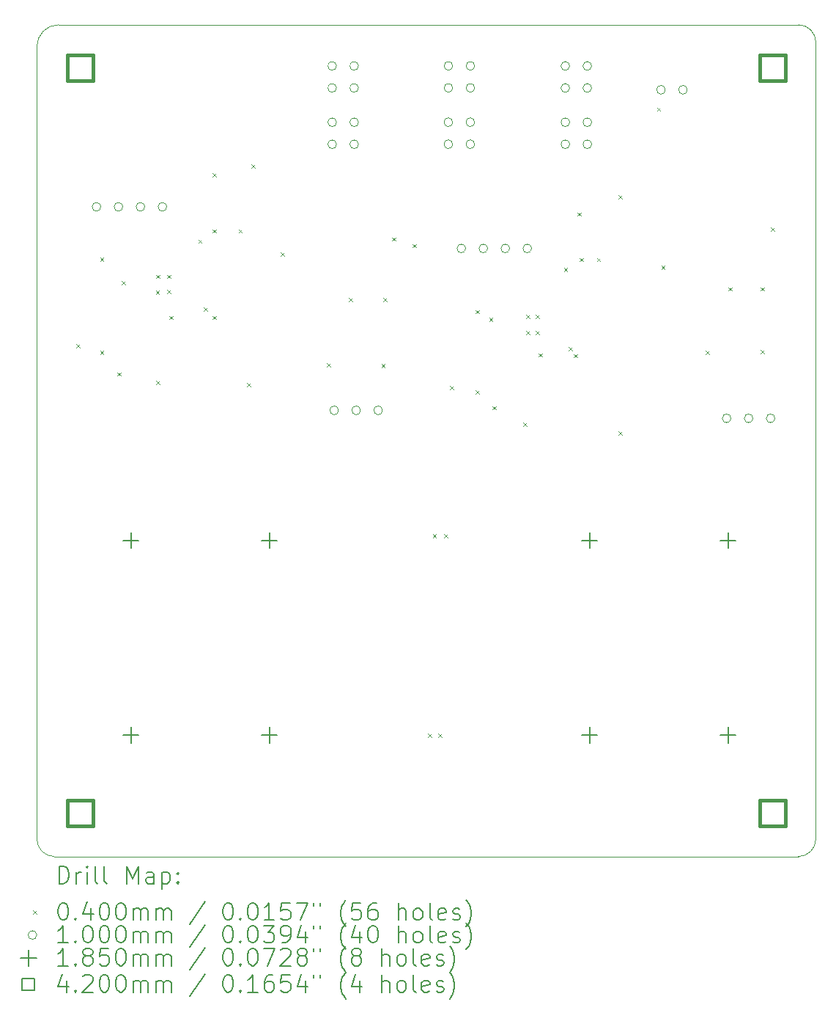
<source format=gbr>
%TF.GenerationSoftware,KiCad,Pcbnew,6.0.11+dfsg-1*%
%TF.CreationDate,2023-05-03T21:30:59-05:00*%
%TF.ProjectId,CubesatPwrBoard,43756265-7361-4745-9077-72426f617264,rev?*%
%TF.SameCoordinates,Original*%
%TF.FileFunction,Drillmap*%
%TF.FilePolarity,Positive*%
%FSLAX45Y45*%
G04 Gerber Fmt 4.5, Leading zero omitted, Abs format (unit mm)*
G04 Created by KiCad (PCBNEW 6.0.11+dfsg-1) date 2023-05-03 21:30:59*
%MOMM*%
%LPD*%
G01*
G04 APERTURE LIST*
%ADD10C,0.050000*%
%ADD11C,0.200000*%
%ADD12C,0.040000*%
%ADD13C,0.100000*%
%ADD14C,0.185000*%
%ADD15C,0.420000*%
G04 APERTURE END LIST*
D10*
X10650000Y-13950000D02*
X10650000Y-4800000D01*
X19450000Y-14150000D02*
G75*
G03*
X19650000Y-13950000I0J200000D01*
G01*
X10900000Y-4550000D02*
X19450000Y-4550000D01*
X19650000Y-4750000D02*
G75*
G03*
X19450000Y-4550000I-200000J0D01*
G01*
X10850000Y-14150000D02*
X19450000Y-14150000D01*
X10650000Y-13950000D02*
G75*
G03*
X10850000Y-14150000I200000J0D01*
G01*
X10900000Y-4550000D02*
G75*
G03*
X10650000Y-4800000I0J-250000D01*
G01*
X19650000Y-13950000D02*
X19650000Y-4750000D01*
D11*
D12*
X11104250Y-8236000D02*
X11144250Y-8276000D01*
X11144250Y-8236000D02*
X11104250Y-8276000D01*
X11379250Y-7236000D02*
X11419250Y-7276000D01*
X11419250Y-7236000D02*
X11379250Y-7276000D01*
X11379250Y-8311000D02*
X11419250Y-8351000D01*
X11419250Y-8311000D02*
X11379250Y-8351000D01*
X11579250Y-8561000D02*
X11619250Y-8601000D01*
X11619250Y-8561000D02*
X11579250Y-8601000D01*
X11629250Y-7511000D02*
X11669250Y-7551000D01*
X11669250Y-7511000D02*
X11629250Y-7551000D01*
X12024250Y-7616000D02*
X12064250Y-7656000D01*
X12064250Y-7616000D02*
X12024250Y-7656000D01*
X12029250Y-7436000D02*
X12069250Y-7476000D01*
X12069250Y-7436000D02*
X12029250Y-7476000D01*
X12029250Y-8661000D02*
X12069250Y-8701000D01*
X12069250Y-8661000D02*
X12029250Y-8701000D01*
X12154250Y-7436000D02*
X12194250Y-7476000D01*
X12194250Y-7436000D02*
X12154250Y-7476000D01*
X12154250Y-7611000D02*
X12194250Y-7651000D01*
X12194250Y-7611000D02*
X12154250Y-7651000D01*
X12179500Y-7911250D02*
X12219500Y-7951250D01*
X12219500Y-7911250D02*
X12179500Y-7951250D01*
X12515000Y-7030000D02*
X12555000Y-7070000D01*
X12555000Y-7030000D02*
X12515000Y-7070000D01*
X12579250Y-7811000D02*
X12619250Y-7851000D01*
X12619250Y-7811000D02*
X12579250Y-7851000D01*
X12679250Y-6261000D02*
X12719250Y-6301000D01*
X12719250Y-6261000D02*
X12679250Y-6301000D01*
X12679250Y-6911000D02*
X12719250Y-6951000D01*
X12719250Y-6911000D02*
X12679250Y-6951000D01*
X12679250Y-7911000D02*
X12719250Y-7951000D01*
X12719250Y-7911000D02*
X12679250Y-7951000D01*
X12979250Y-6911000D02*
X13019250Y-6951000D01*
X13019250Y-6911000D02*
X12979250Y-6951000D01*
X13079500Y-8685000D02*
X13119500Y-8725000D01*
X13119500Y-8685000D02*
X13079500Y-8725000D01*
X13129250Y-6161000D02*
X13169250Y-6201000D01*
X13169250Y-6161000D02*
X13129250Y-6201000D01*
X13465000Y-7180000D02*
X13505000Y-7220000D01*
X13505000Y-7180000D02*
X13465000Y-7220000D01*
X14000250Y-8458585D02*
X14040250Y-8498585D01*
X14040250Y-8458585D02*
X14000250Y-8498585D01*
X14251500Y-7704085D02*
X14291500Y-7744085D01*
X14291500Y-7704085D02*
X14251500Y-7744085D01*
X14631500Y-8464085D02*
X14671500Y-8504085D01*
X14671500Y-8464085D02*
X14631500Y-8504085D01*
X14651500Y-7704085D02*
X14691500Y-7744085D01*
X14691500Y-7704085D02*
X14651500Y-7744085D01*
X14751500Y-7004085D02*
X14791500Y-7044085D01*
X14791500Y-7004085D02*
X14751500Y-7044085D01*
X14990000Y-7080000D02*
X15030000Y-7120000D01*
X15030000Y-7080000D02*
X14990000Y-7120000D01*
X15170000Y-12730000D02*
X15210000Y-12770000D01*
X15210000Y-12730000D02*
X15170000Y-12770000D01*
X15224750Y-10430000D02*
X15264750Y-10470000D01*
X15264750Y-10430000D02*
X15224750Y-10470000D01*
X15290000Y-12730000D02*
X15330000Y-12770000D01*
X15330000Y-12730000D02*
X15290000Y-12770000D01*
X15354750Y-10430000D02*
X15394750Y-10470000D01*
X15394750Y-10430000D02*
X15354750Y-10470000D01*
X15420500Y-8716625D02*
X15460500Y-8756625D01*
X15460500Y-8716625D02*
X15420500Y-8756625D01*
X15720500Y-7841625D02*
X15760500Y-7881625D01*
X15760500Y-7841625D02*
X15720500Y-7881625D01*
X15720500Y-8766625D02*
X15760500Y-8806625D01*
X15760500Y-8766625D02*
X15720500Y-8806625D01*
X15875500Y-7931625D02*
X15915500Y-7971625D01*
X15915500Y-7931625D02*
X15875500Y-7971625D01*
X15915500Y-8951625D02*
X15955500Y-8991625D01*
X15955500Y-8951625D02*
X15915500Y-8991625D01*
X16270500Y-9141625D02*
X16310500Y-9181625D01*
X16310500Y-9141625D02*
X16270500Y-9181625D01*
X16300500Y-7896625D02*
X16340500Y-7936625D01*
X16340500Y-7896625D02*
X16300500Y-7936625D01*
X16300500Y-8086625D02*
X16340500Y-8126625D01*
X16340500Y-8086625D02*
X16300500Y-8126625D01*
X16410500Y-7896625D02*
X16450500Y-7936625D01*
X16450500Y-7896625D02*
X16410500Y-7936625D01*
X16410500Y-8086625D02*
X16450500Y-8126625D01*
X16450500Y-8086625D02*
X16410500Y-8126625D01*
X16445500Y-8341625D02*
X16485500Y-8381625D01*
X16485500Y-8341625D02*
X16445500Y-8381625D01*
X16740000Y-7355000D02*
X16780000Y-7395000D01*
X16780000Y-7355000D02*
X16740000Y-7395000D01*
X16795500Y-8271625D02*
X16835500Y-8311625D01*
X16835500Y-8271625D02*
X16795500Y-8311625D01*
X16855500Y-8351625D02*
X16895500Y-8391625D01*
X16895500Y-8351625D02*
X16855500Y-8391625D01*
X16893250Y-6716625D02*
X16933250Y-6756625D01*
X16933250Y-6716625D02*
X16893250Y-6756625D01*
X16920500Y-7241625D02*
X16960500Y-7281625D01*
X16960500Y-7241625D02*
X16920500Y-7281625D01*
X17120500Y-7241625D02*
X17160500Y-7281625D01*
X17160500Y-7241625D02*
X17120500Y-7281625D01*
X17370500Y-6516625D02*
X17410500Y-6556625D01*
X17410500Y-6516625D02*
X17370500Y-6556625D01*
X17370500Y-9241875D02*
X17410500Y-9281875D01*
X17410500Y-9241875D02*
X17370500Y-9281875D01*
X17815000Y-5505000D02*
X17855000Y-5545000D01*
X17855000Y-5505000D02*
X17815000Y-5545000D01*
X17865000Y-7330000D02*
X17905000Y-7370000D01*
X17905000Y-7330000D02*
X17865000Y-7370000D01*
X18375000Y-8315000D02*
X18415000Y-8355000D01*
X18415000Y-8315000D02*
X18375000Y-8355000D01*
X18640000Y-7580000D02*
X18680000Y-7620000D01*
X18680000Y-7580000D02*
X18640000Y-7620000D01*
X19015000Y-7580000D02*
X19055000Y-7620000D01*
X19055000Y-7580000D02*
X19015000Y-7620000D01*
X19015000Y-8305000D02*
X19055000Y-8345000D01*
X19055000Y-8305000D02*
X19015000Y-8345000D01*
X19129000Y-6890000D02*
X19169000Y-6930000D01*
X19169000Y-6890000D02*
X19129000Y-6930000D01*
D13*
X11388250Y-6651000D02*
G75*
G03*
X11388250Y-6651000I-50000J0D01*
G01*
X11642250Y-6651000D02*
G75*
G03*
X11642250Y-6651000I-50000J0D01*
G01*
X11896250Y-6651000D02*
G75*
G03*
X11896250Y-6651000I-50000J0D01*
G01*
X12150250Y-6651000D02*
G75*
G03*
X12150250Y-6651000I-50000J0D01*
G01*
X14111500Y-5025000D02*
G75*
G03*
X14111500Y-5025000I-50000J0D01*
G01*
X14111500Y-5279000D02*
G75*
G03*
X14111500Y-5279000I-50000J0D01*
G01*
X14111500Y-5675000D02*
G75*
G03*
X14111500Y-5675000I-50000J0D01*
G01*
X14111500Y-5929000D02*
G75*
G03*
X14111500Y-5929000I-50000J0D01*
G01*
X14135000Y-9000000D02*
G75*
G03*
X14135000Y-9000000I-50000J0D01*
G01*
X14365500Y-5025000D02*
G75*
G03*
X14365500Y-5025000I-50000J0D01*
G01*
X14365500Y-5279000D02*
G75*
G03*
X14365500Y-5279000I-50000J0D01*
G01*
X14365500Y-5675000D02*
G75*
G03*
X14365500Y-5675000I-50000J0D01*
G01*
X14365500Y-5929000D02*
G75*
G03*
X14365500Y-5929000I-50000J0D01*
G01*
X14389000Y-9000000D02*
G75*
G03*
X14389000Y-9000000I-50000J0D01*
G01*
X14643000Y-9000000D02*
G75*
G03*
X14643000Y-9000000I-50000J0D01*
G01*
X15454500Y-5025000D02*
G75*
G03*
X15454500Y-5025000I-50000J0D01*
G01*
X15454500Y-5279000D02*
G75*
G03*
X15454500Y-5279000I-50000J0D01*
G01*
X15454500Y-5675000D02*
G75*
G03*
X15454500Y-5675000I-50000J0D01*
G01*
X15454500Y-5929000D02*
G75*
G03*
X15454500Y-5929000I-50000J0D01*
G01*
X15604500Y-7131625D02*
G75*
G03*
X15604500Y-7131625I-50000J0D01*
G01*
X15708500Y-5025000D02*
G75*
G03*
X15708500Y-5025000I-50000J0D01*
G01*
X15708500Y-5279000D02*
G75*
G03*
X15708500Y-5279000I-50000J0D01*
G01*
X15708500Y-5675000D02*
G75*
G03*
X15708500Y-5675000I-50000J0D01*
G01*
X15708500Y-5929000D02*
G75*
G03*
X15708500Y-5929000I-50000J0D01*
G01*
X15858500Y-7131625D02*
G75*
G03*
X15858500Y-7131625I-50000J0D01*
G01*
X16112500Y-7131625D02*
G75*
G03*
X16112500Y-7131625I-50000J0D01*
G01*
X16366500Y-7131625D02*
G75*
G03*
X16366500Y-7131625I-50000J0D01*
G01*
X16806000Y-5025000D02*
G75*
G03*
X16806000Y-5025000I-50000J0D01*
G01*
X16806000Y-5279000D02*
G75*
G03*
X16806000Y-5279000I-50000J0D01*
G01*
X16806000Y-5675000D02*
G75*
G03*
X16806000Y-5675000I-50000J0D01*
G01*
X16806000Y-5929000D02*
G75*
G03*
X16806000Y-5929000I-50000J0D01*
G01*
X17060000Y-5025000D02*
G75*
G03*
X17060000Y-5025000I-50000J0D01*
G01*
X17060000Y-5279000D02*
G75*
G03*
X17060000Y-5279000I-50000J0D01*
G01*
X17060000Y-5675000D02*
G75*
G03*
X17060000Y-5675000I-50000J0D01*
G01*
X17060000Y-5929000D02*
G75*
G03*
X17060000Y-5929000I-50000J0D01*
G01*
X17911000Y-5300000D02*
G75*
G03*
X17911000Y-5300000I-50000J0D01*
G01*
X18165000Y-5300000D02*
G75*
G03*
X18165000Y-5300000I-50000J0D01*
G01*
X18670630Y-9092898D02*
G75*
G03*
X18670630Y-9092898I-50000J0D01*
G01*
X18924630Y-9092898D02*
G75*
G03*
X18924630Y-9092898I-50000J0D01*
G01*
X19178630Y-9092898D02*
G75*
G03*
X19178630Y-9092898I-50000J0D01*
G01*
D14*
X11735000Y-10407500D02*
X11735000Y-10592500D01*
X11642500Y-10500000D02*
X11827500Y-10500000D01*
X11735000Y-12657500D02*
X11735000Y-12842500D01*
X11642500Y-12750000D02*
X11827500Y-12750000D01*
X13335000Y-10407500D02*
X13335000Y-10592500D01*
X13242500Y-10500000D02*
X13427500Y-10500000D01*
X13335000Y-12657500D02*
X13335000Y-12842500D01*
X13242500Y-12750000D02*
X13427500Y-12750000D01*
X17035000Y-10407500D02*
X17035000Y-10592500D01*
X16942500Y-10500000D02*
X17127500Y-10500000D01*
X17035000Y-12657500D02*
X17035000Y-12842500D01*
X16942500Y-12750000D02*
X17127500Y-12750000D01*
X18635000Y-10407500D02*
X18635000Y-10592500D01*
X18542500Y-10500000D02*
X18727500Y-10500000D01*
X18635000Y-12657500D02*
X18635000Y-12842500D01*
X18542500Y-12750000D02*
X18727500Y-12750000D01*
D15*
X11298494Y-5198494D02*
X11298494Y-4901506D01*
X11001506Y-4901506D01*
X11001506Y-5198494D01*
X11298494Y-5198494D01*
X11298494Y-13798494D02*
X11298494Y-13501506D01*
X11001506Y-13501506D01*
X11001506Y-13798494D01*
X11298494Y-13798494D01*
X19298494Y-5198494D02*
X19298494Y-4901506D01*
X19001506Y-4901506D01*
X19001506Y-5198494D01*
X19298494Y-5198494D01*
X19298494Y-13798494D02*
X19298494Y-13501506D01*
X19001506Y-13501506D01*
X19001506Y-13798494D01*
X19298494Y-13798494D01*
D11*
X10905119Y-14462976D02*
X10905119Y-14262976D01*
X10952738Y-14262976D01*
X10981310Y-14272500D01*
X11000357Y-14291548D01*
X11009881Y-14310595D01*
X11019405Y-14348690D01*
X11019405Y-14377262D01*
X11009881Y-14415357D01*
X11000357Y-14434405D01*
X10981310Y-14453452D01*
X10952738Y-14462976D01*
X10905119Y-14462976D01*
X11105119Y-14462976D02*
X11105119Y-14329643D01*
X11105119Y-14367738D02*
X11114643Y-14348690D01*
X11124167Y-14339167D01*
X11143214Y-14329643D01*
X11162262Y-14329643D01*
X11228928Y-14462976D02*
X11228928Y-14329643D01*
X11228928Y-14262976D02*
X11219405Y-14272500D01*
X11228928Y-14282024D01*
X11238452Y-14272500D01*
X11228928Y-14262976D01*
X11228928Y-14282024D01*
X11352738Y-14462976D02*
X11333690Y-14453452D01*
X11324167Y-14434405D01*
X11324167Y-14262976D01*
X11457500Y-14462976D02*
X11438452Y-14453452D01*
X11428928Y-14434405D01*
X11428928Y-14262976D01*
X11686071Y-14462976D02*
X11686071Y-14262976D01*
X11752738Y-14405833D01*
X11819405Y-14262976D01*
X11819405Y-14462976D01*
X12000357Y-14462976D02*
X12000357Y-14358214D01*
X11990833Y-14339167D01*
X11971786Y-14329643D01*
X11933690Y-14329643D01*
X11914643Y-14339167D01*
X12000357Y-14453452D02*
X11981309Y-14462976D01*
X11933690Y-14462976D01*
X11914643Y-14453452D01*
X11905119Y-14434405D01*
X11905119Y-14415357D01*
X11914643Y-14396309D01*
X11933690Y-14386786D01*
X11981309Y-14386786D01*
X12000357Y-14377262D01*
X12095595Y-14329643D02*
X12095595Y-14529643D01*
X12095595Y-14339167D02*
X12114643Y-14329643D01*
X12152738Y-14329643D01*
X12171786Y-14339167D01*
X12181309Y-14348690D01*
X12190833Y-14367738D01*
X12190833Y-14424881D01*
X12181309Y-14443928D01*
X12171786Y-14453452D01*
X12152738Y-14462976D01*
X12114643Y-14462976D01*
X12095595Y-14453452D01*
X12276548Y-14443928D02*
X12286071Y-14453452D01*
X12276548Y-14462976D01*
X12267024Y-14453452D01*
X12276548Y-14443928D01*
X12276548Y-14462976D01*
X12276548Y-14339167D02*
X12286071Y-14348690D01*
X12276548Y-14358214D01*
X12267024Y-14348690D01*
X12276548Y-14339167D01*
X12276548Y-14358214D01*
D12*
X10607500Y-14772500D02*
X10647500Y-14812500D01*
X10647500Y-14772500D02*
X10607500Y-14812500D01*
D11*
X10943214Y-14682976D02*
X10962262Y-14682976D01*
X10981310Y-14692500D01*
X10990833Y-14702024D01*
X11000357Y-14721071D01*
X11009881Y-14759167D01*
X11009881Y-14806786D01*
X11000357Y-14844881D01*
X10990833Y-14863928D01*
X10981310Y-14873452D01*
X10962262Y-14882976D01*
X10943214Y-14882976D01*
X10924167Y-14873452D01*
X10914643Y-14863928D01*
X10905119Y-14844881D01*
X10895595Y-14806786D01*
X10895595Y-14759167D01*
X10905119Y-14721071D01*
X10914643Y-14702024D01*
X10924167Y-14692500D01*
X10943214Y-14682976D01*
X11095595Y-14863928D02*
X11105119Y-14873452D01*
X11095595Y-14882976D01*
X11086071Y-14873452D01*
X11095595Y-14863928D01*
X11095595Y-14882976D01*
X11276548Y-14749643D02*
X11276548Y-14882976D01*
X11228928Y-14673452D02*
X11181310Y-14816309D01*
X11305119Y-14816309D01*
X11419405Y-14682976D02*
X11438452Y-14682976D01*
X11457500Y-14692500D01*
X11467024Y-14702024D01*
X11476548Y-14721071D01*
X11486071Y-14759167D01*
X11486071Y-14806786D01*
X11476548Y-14844881D01*
X11467024Y-14863928D01*
X11457500Y-14873452D01*
X11438452Y-14882976D01*
X11419405Y-14882976D01*
X11400357Y-14873452D01*
X11390833Y-14863928D01*
X11381309Y-14844881D01*
X11371786Y-14806786D01*
X11371786Y-14759167D01*
X11381309Y-14721071D01*
X11390833Y-14702024D01*
X11400357Y-14692500D01*
X11419405Y-14682976D01*
X11609881Y-14682976D02*
X11628928Y-14682976D01*
X11647976Y-14692500D01*
X11657500Y-14702024D01*
X11667024Y-14721071D01*
X11676548Y-14759167D01*
X11676548Y-14806786D01*
X11667024Y-14844881D01*
X11657500Y-14863928D01*
X11647976Y-14873452D01*
X11628928Y-14882976D01*
X11609881Y-14882976D01*
X11590833Y-14873452D01*
X11581309Y-14863928D01*
X11571786Y-14844881D01*
X11562262Y-14806786D01*
X11562262Y-14759167D01*
X11571786Y-14721071D01*
X11581309Y-14702024D01*
X11590833Y-14692500D01*
X11609881Y-14682976D01*
X11762262Y-14882976D02*
X11762262Y-14749643D01*
X11762262Y-14768690D02*
X11771786Y-14759167D01*
X11790833Y-14749643D01*
X11819405Y-14749643D01*
X11838452Y-14759167D01*
X11847976Y-14778214D01*
X11847976Y-14882976D01*
X11847976Y-14778214D02*
X11857500Y-14759167D01*
X11876548Y-14749643D01*
X11905119Y-14749643D01*
X11924167Y-14759167D01*
X11933690Y-14778214D01*
X11933690Y-14882976D01*
X12028928Y-14882976D02*
X12028928Y-14749643D01*
X12028928Y-14768690D02*
X12038452Y-14759167D01*
X12057500Y-14749643D01*
X12086071Y-14749643D01*
X12105119Y-14759167D01*
X12114643Y-14778214D01*
X12114643Y-14882976D01*
X12114643Y-14778214D02*
X12124167Y-14759167D01*
X12143214Y-14749643D01*
X12171786Y-14749643D01*
X12190833Y-14759167D01*
X12200357Y-14778214D01*
X12200357Y-14882976D01*
X12590833Y-14673452D02*
X12419405Y-14930595D01*
X12847976Y-14682976D02*
X12867024Y-14682976D01*
X12886071Y-14692500D01*
X12895595Y-14702024D01*
X12905119Y-14721071D01*
X12914643Y-14759167D01*
X12914643Y-14806786D01*
X12905119Y-14844881D01*
X12895595Y-14863928D01*
X12886071Y-14873452D01*
X12867024Y-14882976D01*
X12847976Y-14882976D01*
X12828928Y-14873452D01*
X12819405Y-14863928D01*
X12809881Y-14844881D01*
X12800357Y-14806786D01*
X12800357Y-14759167D01*
X12809881Y-14721071D01*
X12819405Y-14702024D01*
X12828928Y-14692500D01*
X12847976Y-14682976D01*
X13000357Y-14863928D02*
X13009881Y-14873452D01*
X13000357Y-14882976D01*
X12990833Y-14873452D01*
X13000357Y-14863928D01*
X13000357Y-14882976D01*
X13133690Y-14682976D02*
X13152738Y-14682976D01*
X13171786Y-14692500D01*
X13181309Y-14702024D01*
X13190833Y-14721071D01*
X13200357Y-14759167D01*
X13200357Y-14806786D01*
X13190833Y-14844881D01*
X13181309Y-14863928D01*
X13171786Y-14873452D01*
X13152738Y-14882976D01*
X13133690Y-14882976D01*
X13114643Y-14873452D01*
X13105119Y-14863928D01*
X13095595Y-14844881D01*
X13086071Y-14806786D01*
X13086071Y-14759167D01*
X13095595Y-14721071D01*
X13105119Y-14702024D01*
X13114643Y-14692500D01*
X13133690Y-14682976D01*
X13390833Y-14882976D02*
X13276548Y-14882976D01*
X13333690Y-14882976D02*
X13333690Y-14682976D01*
X13314643Y-14711548D01*
X13295595Y-14730595D01*
X13276548Y-14740119D01*
X13571786Y-14682976D02*
X13476548Y-14682976D01*
X13467024Y-14778214D01*
X13476548Y-14768690D01*
X13495595Y-14759167D01*
X13543214Y-14759167D01*
X13562262Y-14768690D01*
X13571786Y-14778214D01*
X13581309Y-14797262D01*
X13581309Y-14844881D01*
X13571786Y-14863928D01*
X13562262Y-14873452D01*
X13543214Y-14882976D01*
X13495595Y-14882976D01*
X13476548Y-14873452D01*
X13467024Y-14863928D01*
X13647976Y-14682976D02*
X13781309Y-14682976D01*
X13695595Y-14882976D01*
X13847976Y-14682976D02*
X13847976Y-14721071D01*
X13924167Y-14682976D02*
X13924167Y-14721071D01*
X14219405Y-14959167D02*
X14209881Y-14949643D01*
X14190833Y-14921071D01*
X14181309Y-14902024D01*
X14171786Y-14873452D01*
X14162262Y-14825833D01*
X14162262Y-14787738D01*
X14171786Y-14740119D01*
X14181309Y-14711548D01*
X14190833Y-14692500D01*
X14209881Y-14663928D01*
X14219405Y-14654405D01*
X14390833Y-14682976D02*
X14295595Y-14682976D01*
X14286071Y-14778214D01*
X14295595Y-14768690D01*
X14314643Y-14759167D01*
X14362262Y-14759167D01*
X14381309Y-14768690D01*
X14390833Y-14778214D01*
X14400357Y-14797262D01*
X14400357Y-14844881D01*
X14390833Y-14863928D01*
X14381309Y-14873452D01*
X14362262Y-14882976D01*
X14314643Y-14882976D01*
X14295595Y-14873452D01*
X14286071Y-14863928D01*
X14571786Y-14682976D02*
X14533690Y-14682976D01*
X14514643Y-14692500D01*
X14505119Y-14702024D01*
X14486071Y-14730595D01*
X14476548Y-14768690D01*
X14476548Y-14844881D01*
X14486071Y-14863928D01*
X14495595Y-14873452D01*
X14514643Y-14882976D01*
X14552738Y-14882976D01*
X14571786Y-14873452D01*
X14581309Y-14863928D01*
X14590833Y-14844881D01*
X14590833Y-14797262D01*
X14581309Y-14778214D01*
X14571786Y-14768690D01*
X14552738Y-14759167D01*
X14514643Y-14759167D01*
X14495595Y-14768690D01*
X14486071Y-14778214D01*
X14476548Y-14797262D01*
X14828928Y-14882976D02*
X14828928Y-14682976D01*
X14914643Y-14882976D02*
X14914643Y-14778214D01*
X14905119Y-14759167D01*
X14886071Y-14749643D01*
X14857500Y-14749643D01*
X14838452Y-14759167D01*
X14828928Y-14768690D01*
X15038452Y-14882976D02*
X15019405Y-14873452D01*
X15009881Y-14863928D01*
X15000357Y-14844881D01*
X15000357Y-14787738D01*
X15009881Y-14768690D01*
X15019405Y-14759167D01*
X15038452Y-14749643D01*
X15067024Y-14749643D01*
X15086071Y-14759167D01*
X15095595Y-14768690D01*
X15105119Y-14787738D01*
X15105119Y-14844881D01*
X15095595Y-14863928D01*
X15086071Y-14873452D01*
X15067024Y-14882976D01*
X15038452Y-14882976D01*
X15219405Y-14882976D02*
X15200357Y-14873452D01*
X15190833Y-14854405D01*
X15190833Y-14682976D01*
X15371786Y-14873452D02*
X15352738Y-14882976D01*
X15314643Y-14882976D01*
X15295595Y-14873452D01*
X15286071Y-14854405D01*
X15286071Y-14778214D01*
X15295595Y-14759167D01*
X15314643Y-14749643D01*
X15352738Y-14749643D01*
X15371786Y-14759167D01*
X15381309Y-14778214D01*
X15381309Y-14797262D01*
X15286071Y-14816309D01*
X15457500Y-14873452D02*
X15476548Y-14882976D01*
X15514643Y-14882976D01*
X15533690Y-14873452D01*
X15543214Y-14854405D01*
X15543214Y-14844881D01*
X15533690Y-14825833D01*
X15514643Y-14816309D01*
X15486071Y-14816309D01*
X15467024Y-14806786D01*
X15457500Y-14787738D01*
X15457500Y-14778214D01*
X15467024Y-14759167D01*
X15486071Y-14749643D01*
X15514643Y-14749643D01*
X15533690Y-14759167D01*
X15609881Y-14959167D02*
X15619405Y-14949643D01*
X15638452Y-14921071D01*
X15647976Y-14902024D01*
X15657500Y-14873452D01*
X15667024Y-14825833D01*
X15667024Y-14787738D01*
X15657500Y-14740119D01*
X15647976Y-14711548D01*
X15638452Y-14692500D01*
X15619405Y-14663928D01*
X15609881Y-14654405D01*
D13*
X10647500Y-15056500D02*
G75*
G03*
X10647500Y-15056500I-50000J0D01*
G01*
D11*
X11009881Y-15146976D02*
X10895595Y-15146976D01*
X10952738Y-15146976D02*
X10952738Y-14946976D01*
X10933690Y-14975548D01*
X10914643Y-14994595D01*
X10895595Y-15004119D01*
X11095595Y-15127928D02*
X11105119Y-15137452D01*
X11095595Y-15146976D01*
X11086071Y-15137452D01*
X11095595Y-15127928D01*
X11095595Y-15146976D01*
X11228928Y-14946976D02*
X11247976Y-14946976D01*
X11267024Y-14956500D01*
X11276548Y-14966024D01*
X11286071Y-14985071D01*
X11295595Y-15023167D01*
X11295595Y-15070786D01*
X11286071Y-15108881D01*
X11276548Y-15127928D01*
X11267024Y-15137452D01*
X11247976Y-15146976D01*
X11228928Y-15146976D01*
X11209881Y-15137452D01*
X11200357Y-15127928D01*
X11190833Y-15108881D01*
X11181310Y-15070786D01*
X11181310Y-15023167D01*
X11190833Y-14985071D01*
X11200357Y-14966024D01*
X11209881Y-14956500D01*
X11228928Y-14946976D01*
X11419405Y-14946976D02*
X11438452Y-14946976D01*
X11457500Y-14956500D01*
X11467024Y-14966024D01*
X11476548Y-14985071D01*
X11486071Y-15023167D01*
X11486071Y-15070786D01*
X11476548Y-15108881D01*
X11467024Y-15127928D01*
X11457500Y-15137452D01*
X11438452Y-15146976D01*
X11419405Y-15146976D01*
X11400357Y-15137452D01*
X11390833Y-15127928D01*
X11381309Y-15108881D01*
X11371786Y-15070786D01*
X11371786Y-15023167D01*
X11381309Y-14985071D01*
X11390833Y-14966024D01*
X11400357Y-14956500D01*
X11419405Y-14946976D01*
X11609881Y-14946976D02*
X11628928Y-14946976D01*
X11647976Y-14956500D01*
X11657500Y-14966024D01*
X11667024Y-14985071D01*
X11676548Y-15023167D01*
X11676548Y-15070786D01*
X11667024Y-15108881D01*
X11657500Y-15127928D01*
X11647976Y-15137452D01*
X11628928Y-15146976D01*
X11609881Y-15146976D01*
X11590833Y-15137452D01*
X11581309Y-15127928D01*
X11571786Y-15108881D01*
X11562262Y-15070786D01*
X11562262Y-15023167D01*
X11571786Y-14985071D01*
X11581309Y-14966024D01*
X11590833Y-14956500D01*
X11609881Y-14946976D01*
X11762262Y-15146976D02*
X11762262Y-15013643D01*
X11762262Y-15032690D02*
X11771786Y-15023167D01*
X11790833Y-15013643D01*
X11819405Y-15013643D01*
X11838452Y-15023167D01*
X11847976Y-15042214D01*
X11847976Y-15146976D01*
X11847976Y-15042214D02*
X11857500Y-15023167D01*
X11876548Y-15013643D01*
X11905119Y-15013643D01*
X11924167Y-15023167D01*
X11933690Y-15042214D01*
X11933690Y-15146976D01*
X12028928Y-15146976D02*
X12028928Y-15013643D01*
X12028928Y-15032690D02*
X12038452Y-15023167D01*
X12057500Y-15013643D01*
X12086071Y-15013643D01*
X12105119Y-15023167D01*
X12114643Y-15042214D01*
X12114643Y-15146976D01*
X12114643Y-15042214D02*
X12124167Y-15023167D01*
X12143214Y-15013643D01*
X12171786Y-15013643D01*
X12190833Y-15023167D01*
X12200357Y-15042214D01*
X12200357Y-15146976D01*
X12590833Y-14937452D02*
X12419405Y-15194595D01*
X12847976Y-14946976D02*
X12867024Y-14946976D01*
X12886071Y-14956500D01*
X12895595Y-14966024D01*
X12905119Y-14985071D01*
X12914643Y-15023167D01*
X12914643Y-15070786D01*
X12905119Y-15108881D01*
X12895595Y-15127928D01*
X12886071Y-15137452D01*
X12867024Y-15146976D01*
X12847976Y-15146976D01*
X12828928Y-15137452D01*
X12819405Y-15127928D01*
X12809881Y-15108881D01*
X12800357Y-15070786D01*
X12800357Y-15023167D01*
X12809881Y-14985071D01*
X12819405Y-14966024D01*
X12828928Y-14956500D01*
X12847976Y-14946976D01*
X13000357Y-15127928D02*
X13009881Y-15137452D01*
X13000357Y-15146976D01*
X12990833Y-15137452D01*
X13000357Y-15127928D01*
X13000357Y-15146976D01*
X13133690Y-14946976D02*
X13152738Y-14946976D01*
X13171786Y-14956500D01*
X13181309Y-14966024D01*
X13190833Y-14985071D01*
X13200357Y-15023167D01*
X13200357Y-15070786D01*
X13190833Y-15108881D01*
X13181309Y-15127928D01*
X13171786Y-15137452D01*
X13152738Y-15146976D01*
X13133690Y-15146976D01*
X13114643Y-15137452D01*
X13105119Y-15127928D01*
X13095595Y-15108881D01*
X13086071Y-15070786D01*
X13086071Y-15023167D01*
X13095595Y-14985071D01*
X13105119Y-14966024D01*
X13114643Y-14956500D01*
X13133690Y-14946976D01*
X13267024Y-14946976D02*
X13390833Y-14946976D01*
X13324167Y-15023167D01*
X13352738Y-15023167D01*
X13371786Y-15032690D01*
X13381309Y-15042214D01*
X13390833Y-15061262D01*
X13390833Y-15108881D01*
X13381309Y-15127928D01*
X13371786Y-15137452D01*
X13352738Y-15146976D01*
X13295595Y-15146976D01*
X13276548Y-15137452D01*
X13267024Y-15127928D01*
X13486071Y-15146976D02*
X13524167Y-15146976D01*
X13543214Y-15137452D01*
X13552738Y-15127928D01*
X13571786Y-15099357D01*
X13581309Y-15061262D01*
X13581309Y-14985071D01*
X13571786Y-14966024D01*
X13562262Y-14956500D01*
X13543214Y-14946976D01*
X13505119Y-14946976D01*
X13486071Y-14956500D01*
X13476548Y-14966024D01*
X13467024Y-14985071D01*
X13467024Y-15032690D01*
X13476548Y-15051738D01*
X13486071Y-15061262D01*
X13505119Y-15070786D01*
X13543214Y-15070786D01*
X13562262Y-15061262D01*
X13571786Y-15051738D01*
X13581309Y-15032690D01*
X13752738Y-15013643D02*
X13752738Y-15146976D01*
X13705119Y-14937452D02*
X13657500Y-15080309D01*
X13781309Y-15080309D01*
X13847976Y-14946976D02*
X13847976Y-14985071D01*
X13924167Y-14946976D02*
X13924167Y-14985071D01*
X14219405Y-15223167D02*
X14209881Y-15213643D01*
X14190833Y-15185071D01*
X14181309Y-15166024D01*
X14171786Y-15137452D01*
X14162262Y-15089833D01*
X14162262Y-15051738D01*
X14171786Y-15004119D01*
X14181309Y-14975548D01*
X14190833Y-14956500D01*
X14209881Y-14927928D01*
X14219405Y-14918405D01*
X14381309Y-15013643D02*
X14381309Y-15146976D01*
X14333690Y-14937452D02*
X14286071Y-15080309D01*
X14409881Y-15080309D01*
X14524167Y-14946976D02*
X14543214Y-14946976D01*
X14562262Y-14956500D01*
X14571786Y-14966024D01*
X14581309Y-14985071D01*
X14590833Y-15023167D01*
X14590833Y-15070786D01*
X14581309Y-15108881D01*
X14571786Y-15127928D01*
X14562262Y-15137452D01*
X14543214Y-15146976D01*
X14524167Y-15146976D01*
X14505119Y-15137452D01*
X14495595Y-15127928D01*
X14486071Y-15108881D01*
X14476548Y-15070786D01*
X14476548Y-15023167D01*
X14486071Y-14985071D01*
X14495595Y-14966024D01*
X14505119Y-14956500D01*
X14524167Y-14946976D01*
X14828928Y-15146976D02*
X14828928Y-14946976D01*
X14914643Y-15146976D02*
X14914643Y-15042214D01*
X14905119Y-15023167D01*
X14886071Y-15013643D01*
X14857500Y-15013643D01*
X14838452Y-15023167D01*
X14828928Y-15032690D01*
X15038452Y-15146976D02*
X15019405Y-15137452D01*
X15009881Y-15127928D01*
X15000357Y-15108881D01*
X15000357Y-15051738D01*
X15009881Y-15032690D01*
X15019405Y-15023167D01*
X15038452Y-15013643D01*
X15067024Y-15013643D01*
X15086071Y-15023167D01*
X15095595Y-15032690D01*
X15105119Y-15051738D01*
X15105119Y-15108881D01*
X15095595Y-15127928D01*
X15086071Y-15137452D01*
X15067024Y-15146976D01*
X15038452Y-15146976D01*
X15219405Y-15146976D02*
X15200357Y-15137452D01*
X15190833Y-15118405D01*
X15190833Y-14946976D01*
X15371786Y-15137452D02*
X15352738Y-15146976D01*
X15314643Y-15146976D01*
X15295595Y-15137452D01*
X15286071Y-15118405D01*
X15286071Y-15042214D01*
X15295595Y-15023167D01*
X15314643Y-15013643D01*
X15352738Y-15013643D01*
X15371786Y-15023167D01*
X15381309Y-15042214D01*
X15381309Y-15061262D01*
X15286071Y-15080309D01*
X15457500Y-15137452D02*
X15476548Y-15146976D01*
X15514643Y-15146976D01*
X15533690Y-15137452D01*
X15543214Y-15118405D01*
X15543214Y-15108881D01*
X15533690Y-15089833D01*
X15514643Y-15080309D01*
X15486071Y-15080309D01*
X15467024Y-15070786D01*
X15457500Y-15051738D01*
X15457500Y-15042214D01*
X15467024Y-15023167D01*
X15486071Y-15013643D01*
X15514643Y-15013643D01*
X15533690Y-15023167D01*
X15609881Y-15223167D02*
X15619405Y-15213643D01*
X15638452Y-15185071D01*
X15647976Y-15166024D01*
X15657500Y-15137452D01*
X15667024Y-15089833D01*
X15667024Y-15051738D01*
X15657500Y-15004119D01*
X15647976Y-14975548D01*
X15638452Y-14956500D01*
X15619405Y-14927928D01*
X15609881Y-14918405D01*
D14*
X10555000Y-15228000D02*
X10555000Y-15413000D01*
X10462500Y-15320500D02*
X10647500Y-15320500D01*
D11*
X11009881Y-15410976D02*
X10895595Y-15410976D01*
X10952738Y-15410976D02*
X10952738Y-15210976D01*
X10933690Y-15239548D01*
X10914643Y-15258595D01*
X10895595Y-15268119D01*
X11095595Y-15391928D02*
X11105119Y-15401452D01*
X11095595Y-15410976D01*
X11086071Y-15401452D01*
X11095595Y-15391928D01*
X11095595Y-15410976D01*
X11219405Y-15296690D02*
X11200357Y-15287167D01*
X11190833Y-15277643D01*
X11181310Y-15258595D01*
X11181310Y-15249071D01*
X11190833Y-15230024D01*
X11200357Y-15220500D01*
X11219405Y-15210976D01*
X11257500Y-15210976D01*
X11276548Y-15220500D01*
X11286071Y-15230024D01*
X11295595Y-15249071D01*
X11295595Y-15258595D01*
X11286071Y-15277643D01*
X11276548Y-15287167D01*
X11257500Y-15296690D01*
X11219405Y-15296690D01*
X11200357Y-15306214D01*
X11190833Y-15315738D01*
X11181310Y-15334786D01*
X11181310Y-15372881D01*
X11190833Y-15391928D01*
X11200357Y-15401452D01*
X11219405Y-15410976D01*
X11257500Y-15410976D01*
X11276548Y-15401452D01*
X11286071Y-15391928D01*
X11295595Y-15372881D01*
X11295595Y-15334786D01*
X11286071Y-15315738D01*
X11276548Y-15306214D01*
X11257500Y-15296690D01*
X11476548Y-15210976D02*
X11381309Y-15210976D01*
X11371786Y-15306214D01*
X11381309Y-15296690D01*
X11400357Y-15287167D01*
X11447976Y-15287167D01*
X11467024Y-15296690D01*
X11476548Y-15306214D01*
X11486071Y-15325262D01*
X11486071Y-15372881D01*
X11476548Y-15391928D01*
X11467024Y-15401452D01*
X11447976Y-15410976D01*
X11400357Y-15410976D01*
X11381309Y-15401452D01*
X11371786Y-15391928D01*
X11609881Y-15210976D02*
X11628928Y-15210976D01*
X11647976Y-15220500D01*
X11657500Y-15230024D01*
X11667024Y-15249071D01*
X11676548Y-15287167D01*
X11676548Y-15334786D01*
X11667024Y-15372881D01*
X11657500Y-15391928D01*
X11647976Y-15401452D01*
X11628928Y-15410976D01*
X11609881Y-15410976D01*
X11590833Y-15401452D01*
X11581309Y-15391928D01*
X11571786Y-15372881D01*
X11562262Y-15334786D01*
X11562262Y-15287167D01*
X11571786Y-15249071D01*
X11581309Y-15230024D01*
X11590833Y-15220500D01*
X11609881Y-15210976D01*
X11762262Y-15410976D02*
X11762262Y-15277643D01*
X11762262Y-15296690D02*
X11771786Y-15287167D01*
X11790833Y-15277643D01*
X11819405Y-15277643D01*
X11838452Y-15287167D01*
X11847976Y-15306214D01*
X11847976Y-15410976D01*
X11847976Y-15306214D02*
X11857500Y-15287167D01*
X11876548Y-15277643D01*
X11905119Y-15277643D01*
X11924167Y-15287167D01*
X11933690Y-15306214D01*
X11933690Y-15410976D01*
X12028928Y-15410976D02*
X12028928Y-15277643D01*
X12028928Y-15296690D02*
X12038452Y-15287167D01*
X12057500Y-15277643D01*
X12086071Y-15277643D01*
X12105119Y-15287167D01*
X12114643Y-15306214D01*
X12114643Y-15410976D01*
X12114643Y-15306214D02*
X12124167Y-15287167D01*
X12143214Y-15277643D01*
X12171786Y-15277643D01*
X12190833Y-15287167D01*
X12200357Y-15306214D01*
X12200357Y-15410976D01*
X12590833Y-15201452D02*
X12419405Y-15458595D01*
X12847976Y-15210976D02*
X12867024Y-15210976D01*
X12886071Y-15220500D01*
X12895595Y-15230024D01*
X12905119Y-15249071D01*
X12914643Y-15287167D01*
X12914643Y-15334786D01*
X12905119Y-15372881D01*
X12895595Y-15391928D01*
X12886071Y-15401452D01*
X12867024Y-15410976D01*
X12847976Y-15410976D01*
X12828928Y-15401452D01*
X12819405Y-15391928D01*
X12809881Y-15372881D01*
X12800357Y-15334786D01*
X12800357Y-15287167D01*
X12809881Y-15249071D01*
X12819405Y-15230024D01*
X12828928Y-15220500D01*
X12847976Y-15210976D01*
X13000357Y-15391928D02*
X13009881Y-15401452D01*
X13000357Y-15410976D01*
X12990833Y-15401452D01*
X13000357Y-15391928D01*
X13000357Y-15410976D01*
X13133690Y-15210976D02*
X13152738Y-15210976D01*
X13171786Y-15220500D01*
X13181309Y-15230024D01*
X13190833Y-15249071D01*
X13200357Y-15287167D01*
X13200357Y-15334786D01*
X13190833Y-15372881D01*
X13181309Y-15391928D01*
X13171786Y-15401452D01*
X13152738Y-15410976D01*
X13133690Y-15410976D01*
X13114643Y-15401452D01*
X13105119Y-15391928D01*
X13095595Y-15372881D01*
X13086071Y-15334786D01*
X13086071Y-15287167D01*
X13095595Y-15249071D01*
X13105119Y-15230024D01*
X13114643Y-15220500D01*
X13133690Y-15210976D01*
X13267024Y-15210976D02*
X13400357Y-15210976D01*
X13314643Y-15410976D01*
X13467024Y-15230024D02*
X13476548Y-15220500D01*
X13495595Y-15210976D01*
X13543214Y-15210976D01*
X13562262Y-15220500D01*
X13571786Y-15230024D01*
X13581309Y-15249071D01*
X13581309Y-15268119D01*
X13571786Y-15296690D01*
X13457500Y-15410976D01*
X13581309Y-15410976D01*
X13695595Y-15296690D02*
X13676548Y-15287167D01*
X13667024Y-15277643D01*
X13657500Y-15258595D01*
X13657500Y-15249071D01*
X13667024Y-15230024D01*
X13676548Y-15220500D01*
X13695595Y-15210976D01*
X13733690Y-15210976D01*
X13752738Y-15220500D01*
X13762262Y-15230024D01*
X13771786Y-15249071D01*
X13771786Y-15258595D01*
X13762262Y-15277643D01*
X13752738Y-15287167D01*
X13733690Y-15296690D01*
X13695595Y-15296690D01*
X13676548Y-15306214D01*
X13667024Y-15315738D01*
X13657500Y-15334786D01*
X13657500Y-15372881D01*
X13667024Y-15391928D01*
X13676548Y-15401452D01*
X13695595Y-15410976D01*
X13733690Y-15410976D01*
X13752738Y-15401452D01*
X13762262Y-15391928D01*
X13771786Y-15372881D01*
X13771786Y-15334786D01*
X13762262Y-15315738D01*
X13752738Y-15306214D01*
X13733690Y-15296690D01*
X13847976Y-15210976D02*
X13847976Y-15249071D01*
X13924167Y-15210976D02*
X13924167Y-15249071D01*
X14219405Y-15487167D02*
X14209881Y-15477643D01*
X14190833Y-15449071D01*
X14181309Y-15430024D01*
X14171786Y-15401452D01*
X14162262Y-15353833D01*
X14162262Y-15315738D01*
X14171786Y-15268119D01*
X14181309Y-15239548D01*
X14190833Y-15220500D01*
X14209881Y-15191928D01*
X14219405Y-15182405D01*
X14324167Y-15296690D02*
X14305119Y-15287167D01*
X14295595Y-15277643D01*
X14286071Y-15258595D01*
X14286071Y-15249071D01*
X14295595Y-15230024D01*
X14305119Y-15220500D01*
X14324167Y-15210976D01*
X14362262Y-15210976D01*
X14381309Y-15220500D01*
X14390833Y-15230024D01*
X14400357Y-15249071D01*
X14400357Y-15258595D01*
X14390833Y-15277643D01*
X14381309Y-15287167D01*
X14362262Y-15296690D01*
X14324167Y-15296690D01*
X14305119Y-15306214D01*
X14295595Y-15315738D01*
X14286071Y-15334786D01*
X14286071Y-15372881D01*
X14295595Y-15391928D01*
X14305119Y-15401452D01*
X14324167Y-15410976D01*
X14362262Y-15410976D01*
X14381309Y-15401452D01*
X14390833Y-15391928D01*
X14400357Y-15372881D01*
X14400357Y-15334786D01*
X14390833Y-15315738D01*
X14381309Y-15306214D01*
X14362262Y-15296690D01*
X14638452Y-15410976D02*
X14638452Y-15210976D01*
X14724167Y-15410976D02*
X14724167Y-15306214D01*
X14714643Y-15287167D01*
X14695595Y-15277643D01*
X14667024Y-15277643D01*
X14647976Y-15287167D01*
X14638452Y-15296690D01*
X14847976Y-15410976D02*
X14828928Y-15401452D01*
X14819405Y-15391928D01*
X14809881Y-15372881D01*
X14809881Y-15315738D01*
X14819405Y-15296690D01*
X14828928Y-15287167D01*
X14847976Y-15277643D01*
X14876548Y-15277643D01*
X14895595Y-15287167D01*
X14905119Y-15296690D01*
X14914643Y-15315738D01*
X14914643Y-15372881D01*
X14905119Y-15391928D01*
X14895595Y-15401452D01*
X14876548Y-15410976D01*
X14847976Y-15410976D01*
X15028928Y-15410976D02*
X15009881Y-15401452D01*
X15000357Y-15382405D01*
X15000357Y-15210976D01*
X15181309Y-15401452D02*
X15162262Y-15410976D01*
X15124167Y-15410976D01*
X15105119Y-15401452D01*
X15095595Y-15382405D01*
X15095595Y-15306214D01*
X15105119Y-15287167D01*
X15124167Y-15277643D01*
X15162262Y-15277643D01*
X15181309Y-15287167D01*
X15190833Y-15306214D01*
X15190833Y-15325262D01*
X15095595Y-15344309D01*
X15267024Y-15401452D02*
X15286071Y-15410976D01*
X15324167Y-15410976D01*
X15343214Y-15401452D01*
X15352738Y-15382405D01*
X15352738Y-15372881D01*
X15343214Y-15353833D01*
X15324167Y-15344309D01*
X15295595Y-15344309D01*
X15276548Y-15334786D01*
X15267024Y-15315738D01*
X15267024Y-15306214D01*
X15276548Y-15287167D01*
X15295595Y-15277643D01*
X15324167Y-15277643D01*
X15343214Y-15287167D01*
X15419405Y-15487167D02*
X15428928Y-15477643D01*
X15447976Y-15449071D01*
X15457500Y-15430024D01*
X15467024Y-15401452D01*
X15476548Y-15353833D01*
X15476548Y-15315738D01*
X15467024Y-15268119D01*
X15457500Y-15239548D01*
X15447976Y-15220500D01*
X15428928Y-15191928D01*
X15419405Y-15182405D01*
X10618211Y-15696211D02*
X10618211Y-15554789D01*
X10476789Y-15554789D01*
X10476789Y-15696211D01*
X10618211Y-15696211D01*
X10990833Y-15582643D02*
X10990833Y-15715976D01*
X10943214Y-15506452D02*
X10895595Y-15649309D01*
X11019405Y-15649309D01*
X11095595Y-15696928D02*
X11105119Y-15706452D01*
X11095595Y-15715976D01*
X11086071Y-15706452D01*
X11095595Y-15696928D01*
X11095595Y-15715976D01*
X11181310Y-15535024D02*
X11190833Y-15525500D01*
X11209881Y-15515976D01*
X11257500Y-15515976D01*
X11276548Y-15525500D01*
X11286071Y-15535024D01*
X11295595Y-15554071D01*
X11295595Y-15573119D01*
X11286071Y-15601690D01*
X11171786Y-15715976D01*
X11295595Y-15715976D01*
X11419405Y-15515976D02*
X11438452Y-15515976D01*
X11457500Y-15525500D01*
X11467024Y-15535024D01*
X11476548Y-15554071D01*
X11486071Y-15592167D01*
X11486071Y-15639786D01*
X11476548Y-15677881D01*
X11467024Y-15696928D01*
X11457500Y-15706452D01*
X11438452Y-15715976D01*
X11419405Y-15715976D01*
X11400357Y-15706452D01*
X11390833Y-15696928D01*
X11381309Y-15677881D01*
X11371786Y-15639786D01*
X11371786Y-15592167D01*
X11381309Y-15554071D01*
X11390833Y-15535024D01*
X11400357Y-15525500D01*
X11419405Y-15515976D01*
X11609881Y-15515976D02*
X11628928Y-15515976D01*
X11647976Y-15525500D01*
X11657500Y-15535024D01*
X11667024Y-15554071D01*
X11676548Y-15592167D01*
X11676548Y-15639786D01*
X11667024Y-15677881D01*
X11657500Y-15696928D01*
X11647976Y-15706452D01*
X11628928Y-15715976D01*
X11609881Y-15715976D01*
X11590833Y-15706452D01*
X11581309Y-15696928D01*
X11571786Y-15677881D01*
X11562262Y-15639786D01*
X11562262Y-15592167D01*
X11571786Y-15554071D01*
X11581309Y-15535024D01*
X11590833Y-15525500D01*
X11609881Y-15515976D01*
X11762262Y-15715976D02*
X11762262Y-15582643D01*
X11762262Y-15601690D02*
X11771786Y-15592167D01*
X11790833Y-15582643D01*
X11819405Y-15582643D01*
X11838452Y-15592167D01*
X11847976Y-15611214D01*
X11847976Y-15715976D01*
X11847976Y-15611214D02*
X11857500Y-15592167D01*
X11876548Y-15582643D01*
X11905119Y-15582643D01*
X11924167Y-15592167D01*
X11933690Y-15611214D01*
X11933690Y-15715976D01*
X12028928Y-15715976D02*
X12028928Y-15582643D01*
X12028928Y-15601690D02*
X12038452Y-15592167D01*
X12057500Y-15582643D01*
X12086071Y-15582643D01*
X12105119Y-15592167D01*
X12114643Y-15611214D01*
X12114643Y-15715976D01*
X12114643Y-15611214D02*
X12124167Y-15592167D01*
X12143214Y-15582643D01*
X12171786Y-15582643D01*
X12190833Y-15592167D01*
X12200357Y-15611214D01*
X12200357Y-15715976D01*
X12590833Y-15506452D02*
X12419405Y-15763595D01*
X12847976Y-15515976D02*
X12867024Y-15515976D01*
X12886071Y-15525500D01*
X12895595Y-15535024D01*
X12905119Y-15554071D01*
X12914643Y-15592167D01*
X12914643Y-15639786D01*
X12905119Y-15677881D01*
X12895595Y-15696928D01*
X12886071Y-15706452D01*
X12867024Y-15715976D01*
X12847976Y-15715976D01*
X12828928Y-15706452D01*
X12819405Y-15696928D01*
X12809881Y-15677881D01*
X12800357Y-15639786D01*
X12800357Y-15592167D01*
X12809881Y-15554071D01*
X12819405Y-15535024D01*
X12828928Y-15525500D01*
X12847976Y-15515976D01*
X13000357Y-15696928D02*
X13009881Y-15706452D01*
X13000357Y-15715976D01*
X12990833Y-15706452D01*
X13000357Y-15696928D01*
X13000357Y-15715976D01*
X13200357Y-15715976D02*
X13086071Y-15715976D01*
X13143214Y-15715976D02*
X13143214Y-15515976D01*
X13124167Y-15544548D01*
X13105119Y-15563595D01*
X13086071Y-15573119D01*
X13371786Y-15515976D02*
X13333690Y-15515976D01*
X13314643Y-15525500D01*
X13305119Y-15535024D01*
X13286071Y-15563595D01*
X13276548Y-15601690D01*
X13276548Y-15677881D01*
X13286071Y-15696928D01*
X13295595Y-15706452D01*
X13314643Y-15715976D01*
X13352738Y-15715976D01*
X13371786Y-15706452D01*
X13381309Y-15696928D01*
X13390833Y-15677881D01*
X13390833Y-15630262D01*
X13381309Y-15611214D01*
X13371786Y-15601690D01*
X13352738Y-15592167D01*
X13314643Y-15592167D01*
X13295595Y-15601690D01*
X13286071Y-15611214D01*
X13276548Y-15630262D01*
X13571786Y-15515976D02*
X13476548Y-15515976D01*
X13467024Y-15611214D01*
X13476548Y-15601690D01*
X13495595Y-15592167D01*
X13543214Y-15592167D01*
X13562262Y-15601690D01*
X13571786Y-15611214D01*
X13581309Y-15630262D01*
X13581309Y-15677881D01*
X13571786Y-15696928D01*
X13562262Y-15706452D01*
X13543214Y-15715976D01*
X13495595Y-15715976D01*
X13476548Y-15706452D01*
X13467024Y-15696928D01*
X13752738Y-15582643D02*
X13752738Y-15715976D01*
X13705119Y-15506452D02*
X13657500Y-15649309D01*
X13781309Y-15649309D01*
X13847976Y-15515976D02*
X13847976Y-15554071D01*
X13924167Y-15515976D02*
X13924167Y-15554071D01*
X14219405Y-15792167D02*
X14209881Y-15782643D01*
X14190833Y-15754071D01*
X14181309Y-15735024D01*
X14171786Y-15706452D01*
X14162262Y-15658833D01*
X14162262Y-15620738D01*
X14171786Y-15573119D01*
X14181309Y-15544548D01*
X14190833Y-15525500D01*
X14209881Y-15496928D01*
X14219405Y-15487405D01*
X14381309Y-15582643D02*
X14381309Y-15715976D01*
X14333690Y-15506452D02*
X14286071Y-15649309D01*
X14409881Y-15649309D01*
X14638452Y-15715976D02*
X14638452Y-15515976D01*
X14724167Y-15715976D02*
X14724167Y-15611214D01*
X14714643Y-15592167D01*
X14695595Y-15582643D01*
X14667024Y-15582643D01*
X14647976Y-15592167D01*
X14638452Y-15601690D01*
X14847976Y-15715976D02*
X14828928Y-15706452D01*
X14819405Y-15696928D01*
X14809881Y-15677881D01*
X14809881Y-15620738D01*
X14819405Y-15601690D01*
X14828928Y-15592167D01*
X14847976Y-15582643D01*
X14876548Y-15582643D01*
X14895595Y-15592167D01*
X14905119Y-15601690D01*
X14914643Y-15620738D01*
X14914643Y-15677881D01*
X14905119Y-15696928D01*
X14895595Y-15706452D01*
X14876548Y-15715976D01*
X14847976Y-15715976D01*
X15028928Y-15715976D02*
X15009881Y-15706452D01*
X15000357Y-15687405D01*
X15000357Y-15515976D01*
X15181309Y-15706452D02*
X15162262Y-15715976D01*
X15124167Y-15715976D01*
X15105119Y-15706452D01*
X15095595Y-15687405D01*
X15095595Y-15611214D01*
X15105119Y-15592167D01*
X15124167Y-15582643D01*
X15162262Y-15582643D01*
X15181309Y-15592167D01*
X15190833Y-15611214D01*
X15190833Y-15630262D01*
X15095595Y-15649309D01*
X15267024Y-15706452D02*
X15286071Y-15715976D01*
X15324167Y-15715976D01*
X15343214Y-15706452D01*
X15352738Y-15687405D01*
X15352738Y-15677881D01*
X15343214Y-15658833D01*
X15324167Y-15649309D01*
X15295595Y-15649309D01*
X15276548Y-15639786D01*
X15267024Y-15620738D01*
X15267024Y-15611214D01*
X15276548Y-15592167D01*
X15295595Y-15582643D01*
X15324167Y-15582643D01*
X15343214Y-15592167D01*
X15419405Y-15792167D02*
X15428928Y-15782643D01*
X15447976Y-15754071D01*
X15457500Y-15735024D01*
X15467024Y-15706452D01*
X15476548Y-15658833D01*
X15476548Y-15620738D01*
X15467024Y-15573119D01*
X15457500Y-15544548D01*
X15447976Y-15525500D01*
X15428928Y-15496928D01*
X15419405Y-15487405D01*
M02*

</source>
